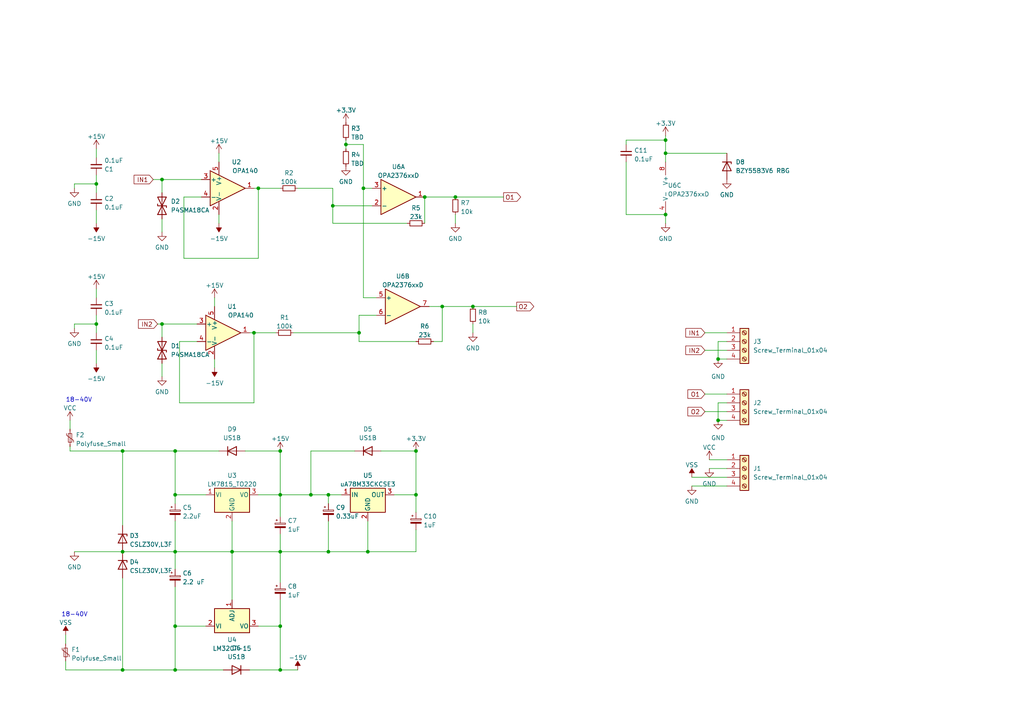
<source format=kicad_sch>
(kicad_sch (version 20230121) (generator eeschema)
  (paper "A4")
  (lib_symbols
    (symbol "Amplifier_Operational:OPA188xxDBV" (pin_names (offset 0.127))
      (property "Reference" "U" (at 0 5.08 0))
      (property "Value" "OPA188xxDBV" (at 0 -5.08 0))
      (symbol "OPA188xxDBV_0_1"
        (polyline (pts (xy -5.08 5.08) (xy 5.08 0) (xy -5.08 -5.08) (xy -5.08 5.08)) (stroke (width 0.254)) (fill (type background)))
        (pin power_in line (at -2.54 -7.62 90) (length 3.81) (name "V-") (number "2"))
        (pin power_in line (at -2.54 7.62 270) (length 3.81) (name "V+") (number "5"))
      )
      (symbol "OPA188xxDBV_1_1"
        (pin output line (at 7.62 0 180) (length 2.54) (name "~") (number "1"))
        (pin input line (at -7.62 2.54 0) (length 2.54) (name "+") (number "3"))
        (pin input line (at -7.62 -2.54 0) (length 2.54) (name "-") (number "4"))
      )
    )
    (symbol "Amplifier_Operational:OPA2376xxD" (pin_names (offset 0.127))
      (property "Reference" "U" (at 0 5.08 0))
      (property "Value" "OPA2376xxD" (at 0 -5.08 0))
      (symbol "OPA2376xxD_1_1"
        (polyline (pts (xy -5.08 5.08) (xy 5.08 0) (xy -5.08 -5.08) (xy -5.08 5.08)) (stroke (width 0.254)) (fill (type background)))
        (pin output line (at 7.62 0 180) (length 2.54) (name "~") (number "1"))
        (pin input line (at -7.62 -2.54 0) (length 2.54) (name "-") (number "2"))
        (pin input line (at -7.62 2.54 0) (length 2.54) (name "+") (number "3"))
      )
      (symbol "OPA2376xxD_2_1"
        (polyline (pts (xy -5.08 5.08) (xy 5.08 0) (xy -5.08 -5.08) (xy -5.08 5.08)) (stroke (width 0.254)) (fill (type background)))
        (pin input line (at -7.62 2.54 0) (length 2.54) (name "+") (number "5"))
        (pin input line (at -7.62 -2.54 0) (length 2.54) (name "-") (number "6"))
        (pin output line (at 7.62 0 180) (length 2.54) (name "~") (number "7"))
      )
      (symbol "OPA2376xxD_3_1"
        (pin power_in line (at -2.54 -7.62 90) (length 3.81) (name "V-") (number "4"))
        (pin power_in line (at -2.54 7.62 270) (length 3.81) (name "V+") (number "8"))
      )
    )
    (symbol "Connector:Screw_Terminal_01x04" (pin_names (offset 1.016) hide)
      (property "Reference" "J" (at 0 5.08 0))
      (property "Value" "Screw_Terminal_01x04" (at 0 -7.62 0))
      (symbol "Screw_Terminal_01x04_1_1"
        (rectangle (start -1.27 3.81) (end 1.27 -6.35) (stroke (width 0.254)) (fill (type background)))
        (circle (center 0 -5.08) (radius 0.635) (stroke (width 0.1524)))
        (circle (center 0 -2.54) (radius 0.635) (stroke (width 0.1524)))
        (polyline (pts (xy -0.5334 -4.7498) (xy 0.3302 -5.588)) (stroke (width 0.1524)))
        (polyline (pts (xy -0.5334 -2.2098) (xy 0.3302 -3.048)) (stroke (width 0.1524)))
        (polyline (pts (xy -0.5334 0.3302) (xy 0.3302 -0.508)) (stroke (width 0.1524)))
        (polyline (pts (xy -0.5334 2.8702) (xy 0.3302 2.032)) (stroke (width 0.1524)))
        (polyline (pts (xy -0.3556 -4.572) (xy 0.508 -5.4102)) (stroke (width 0.1524)))
        (polyline (pts (xy -0.3556 -2.032) (xy 0.508 -2.8702)) (stroke (width 0.1524)))
        (polyline (pts (xy -0.3556 0.508) (xy 0.508 -0.3302)) (stroke (width 0.1524)))
        (polyline (pts (xy -0.3556 3.048) (xy 0.508 2.2098)) (stroke (width 0.1524)))
        (circle (center 0 0) (radius 0.635) (stroke (width 0.1524)))
        (circle (center 0 2.54) (radius 0.635) (stroke (width 0.1524)))
        (pin passive line (at -5.08 2.54 0) (length 3.81) (name "Pin_1") (number "1"))
        (pin passive line (at -5.08 0 0) (length 3.81) (name "Pin_2") (number "2"))
        (pin passive line (at -5.08 -2.54 0) (length 3.81) (name "Pin_3") (number "3"))
        (pin passive line (at -5.08 -5.08 0) (length 3.81) (name "Pin_4") (number "4"))
      )
    )
    (symbol "Device:C_Polarized_Small" (pin_numbers hide) (pin_names (offset 0.254) hide)
      (property "Reference" "C" (at 0.254 1.778 0))
      (property "Value" "C_Polarized_Small" (at 0.254 -2.032 0))
      (symbol "C_Polarized_Small_0_1"
        (rectangle (start -1.524 -0.3048) (end 1.524 -0.6858) (fill (type outline)))
        (rectangle (start -1.524 0.6858) (end 1.524 0.3048))
        (polyline (pts (xy -1.27 1.524) (xy -0.762 1.524)))
        (polyline (pts (xy -1.016 1.27) (xy -1.016 1.778)))
      )
      (symbol "C_Polarized_Small_1_1"
        (pin passive line (at 0 2.54 270) (length 1.8542) (name "~") (number "1"))
        (pin passive line (at 0 -2.54 90) (length 1.8542) (name "~") (number "2"))
      )
    )
    (symbol "Device:C_Small" (pin_numbers hide) (pin_names (offset 0.254) hide)
      (property "Reference" "C" (at 0.254 1.778 0))
      (property "Value" "C_Small" (at 0.254 -2.032 0))
      (symbol "C_Small_0_1"
        (polyline (pts (xy -1.524 -0.508) (xy 1.524 -0.508)) (stroke (width 0.3302)))
        (polyline (pts (xy -1.524 0.508) (xy 1.524 0.508)) (stroke (width 0.3048)))
      )
      (symbol "C_Small_1_1"
        (pin passive line (at 0 2.54 270) (length 2.032) (name "~") (number "1"))
        (pin passive line (at 0 -2.54 90) (length 2.032) (name "~") (number "2"))
      )
    )
    (symbol "Device:D_TVS" (pin_numbers hide) (pin_names (offset 1.016) hide)
      (property "Reference" "D" (at 0 2.54 0))
      (property "Value" "D_TVS" (at 0 -2.54 0))
      (symbol "D_TVS_0_1"
        (polyline (pts (xy 1.27 0) (xy -1.27 0)))
        (polyline (pts (xy 0.508 1.27) (xy 0 1.27) (xy 0 -1.27) (xy -0.508 -1.27)) (stroke (width 0.254)))
        (polyline (pts (xy -2.54 1.27) (xy -2.54 -1.27) (xy 2.54 1.27) (xy 2.54 -1.27) (xy -2.54 1.27)) (stroke (width 0.254)))
      )
      (symbol "D_TVS_1_1"
        (pin passive line (at -3.81 0 0) (length 2.54) (name "A1") (number "1"))
        (pin passive line (at 3.81 0 180) (length 2.54) (name "A2") (number "2"))
      )
    )
    (symbol "Device:D_Zener" (pin_numbers hide) (pin_names (offset 1.016) hide)
      (property "Reference" "D" (at 0 2.54 0))
      (property "Value" "D_Zener" (at 0 -2.54 0))
      (symbol "D_Zener_0_1"
        (polyline (pts (xy 1.27 0) (xy -1.27 0)))
        (polyline (pts (xy -1.27 -1.27) (xy -1.27 1.27) (xy -0.762 1.27)) (stroke (width 0.254)))
        (polyline (pts (xy 1.27 -1.27) (xy 1.27 1.27) (xy -1.27 0) (xy 1.27 -1.27)) (stroke (width 0.254)))
      )
      (symbol "D_Zener_1_1"
        (pin passive line (at -3.81 0 0) (length 2.54) (name "K") (number "1"))
        (pin passive line (at 3.81 0 180) (length 2.54) (name "A") (number "2"))
      )
    )
    (symbol "Device:Polyfuse_Small" (pin_numbers hide) (pin_names (offset 0))
      (property "Reference" "F" (at -1.905 0 90))
      (property "Value" "Polyfuse_Small" (at 1.905 0 90))
      (symbol "Polyfuse_Small_0_1"
        (rectangle (start -0.508 1.27) (end 0.508 -1.27))
        (polyline (pts (xy 0 2.54) (xy 0 -2.54)))
        (polyline (pts (xy -1.016 1.27) (xy -1.016 0.762) (xy 1.016 -0.762) (xy 1.016 -1.27)))
      )
      (symbol "Polyfuse_Small_1_1"
        (pin passive line (at 0 2.54 270) (length 0.635) (name "~") (number "1"))
        (pin passive line (at 0 -2.54 90) (length 0.635) (name "~") (number "2"))
      )
    )
    (symbol "Device:R_Small" (pin_numbers hide) (pin_names (offset 0.254) hide)
      (property "Reference" "R" (at 0.762 0.508 0))
      (property "Value" "R_Small" (at 0.762 -1.016 0))
      (symbol "R_Small_0_1"
        (rectangle (start -0.762 1.778) (end 0.762 -1.778) (stroke (width 0.2032)))
      )
      (symbol "R_Small_1_1"
        (pin passive line (at 0 2.54 270) (length 0.762) (name "~") (number "1"))
        (pin passive line (at 0 -2.54 90) (length 0.762) (name "~") (number "2"))
      )
    )
    (symbol "Diode:US1B" (pin_numbers hide) (pin_names hide)
      (property "Reference" "D" (at 0 2.54 0))
      (property "Value" "US1B" (at 0 -2.54 0))
      (symbol "US1B_0_1"
        (polyline (pts (xy -1.27 1.27) (xy -1.27 -1.27)) (stroke (width 0.254)))
        (polyline (pts (xy 1.27 0) (xy -1.27 0)))
        (polyline (pts (xy 1.27 1.27) (xy 1.27 -1.27) (xy -1.27 0) (xy 1.27 1.27)) (stroke (width 0.254)))
      )
      (symbol "US1B_1_1"
        (pin passive line (at -3.81 0 0) (length 2.54) (name "K") (number "1"))
        (pin passive line (at 3.81 0 180) (length 2.54) (name "A") (number "2"))
      )
    )
    (symbol "GND_1" (power) (pin_names (offset 0))
      (property "Value" "GND_1" (at 0 -3.81 0))
      (symbol "GND_1_0_1"
        (polyline (pts (xy 0 0) (xy 0 -1.27) (xy 1.27 -1.27) (xy 0 -2.54) (xy -1.27 -1.27) (xy 0 -1.27)))
      )
      (symbol "GND_1_1_1"
        (pin power_in line (at 0 0 270) (length 0) hide (name "GND") (number "1"))
      )
    )
    (symbol "Regulator_Linear:LM337_TO220" (pin_names (offset 0.254))
      (property "Reference" "U" (at -3.81 -3.175 0))
      (property "Value" "LM337_TO220" (at 0 -3.175 0))
      (symbol "LM337_TO220_0_1"
        (rectangle (start -5.08 5.08) (end 5.08 -1.905) (stroke (width 0.254)) (fill (type background)))
      )
      (symbol "LM337_TO220_1_1"
        (pin input line (at 0 7.62 270) (length 2.54) (name "ADJ") (number "1"))
        (pin power_in line (at -7.62 0 0) (length 2.54) (name "VI") (number "2"))
        (pin power_out line (at 7.62 0 180) (length 2.54) (name "VO") (number "3"))
      )
    )
    (symbol "Regulator_Linear:LM7805_TO220" (pin_names (offset 0.254))
      (property "Reference" "U" (at -3.81 3.175 0))
      (property "Value" "LM7805_TO220" (at 0 3.175 0))
      (symbol "LM7805_TO220_0_1"
        (rectangle (start -5.08 1.905) (end 5.08 -5.08) (stroke (width 0.254)) (fill (type background)))
      )
      (symbol "LM7805_TO220_1_1"
        (pin power_in line (at -7.62 0 0) (length 2.54) (name "VI") (number "1"))
        (pin power_in line (at 0 -7.62 90) (length 2.54) (name "GND") (number "2"))
        (pin power_out line (at 7.62 0 180) (length 2.54) (name "VO") (number "3"))
      )
    )
    (symbol "Regulator_Linear:uA7805" (pin_names (offset 0.254))
      (property "Reference" "U" (at -3.81 3.175 0))
      (property "Value" "uA7805" (at 0 3.175 0))
      (symbol "uA7805_0_1"
        (rectangle (start -5.08 1.905) (end 5.08 -5.08) (stroke (width 0.254)) (fill (type background)))
      )
      (symbol "uA7805_1_1"
        (pin power_in line (at -7.62 0 0) (length 2.54) (name "IN") (number "1"))
        (pin power_in line (at 0 -7.62 90) (length 2.54) (name "GND") (number "2"))
        (pin power_out line (at 7.62 0 180) (length 2.54) (name "OUT") (number "3"))
      )
    )
    (symbol "power:+15V" (power) (pin_names (offset 0))
      (property "Value" "+15V" (at 0 3.556 0))
      (symbol "+15V_0_1"
        (polyline (pts (xy -0.762 1.27) (xy 0 2.54)))
        (polyline (pts (xy 0 0) (xy 0 2.54)))
        (polyline (pts (xy 0 2.54) (xy 0.762 1.27)))
      )
      (symbol "+15V_1_1"
        (pin power_in line (at 0 0 90) (length 0) hide (name "+15V") (number "1"))
      )
    )
    (symbol "power:+3.3V" (power) (pin_names (offset 0))
      (property "Value" "+3.3V" (at 0 3.556 0))
      (symbol "+3.3V_0_1"
        (polyline (pts (xy -0.762 1.27) (xy 0 2.54)))
        (polyline (pts (xy 0 0) (xy 0 2.54)))
        (polyline (pts (xy 0 2.54) (xy 0.762 1.27)))
      )
      (symbol "+3.3V_1_1"
        (pin power_in line (at 0 0 90) (length 0) hide (name "+3.3V") (number "1"))
      )
    )
    (symbol "power:-15V" (power) (pin_names (offset 0))
      (property "Value" "-15V" (at 0 3.81 0))
      (symbol "-15V_0_0"
        (pin power_in line (at 0 0 90) (length 0) hide (name "-15V") (number "1"))
      )
      (symbol "-15V_0_1"
        (polyline (pts (xy 0 0) (xy 0 1.27) (xy 0.762 1.27) (xy 0 2.54) (xy -0.762 1.27) (xy 0 1.27)) (fill (type outline)))
      )
    )
    (symbol "power:GND" (power) (pin_names (offset 0))
      (property "Value" "GND" (at 0 -3.81 0))
      (symbol "GND_0_1"
        (polyline (pts (xy 0 0) (xy 0 -1.27) (xy 1.27 -1.27) (xy 0 -2.54) (xy -1.27 -1.27) (xy 0 -1.27)))
      )
      (symbol "GND_1_1"
        (pin power_in line (at 0 0 270) (length 0) hide (name "GND") (number "1"))
      )
    )
    (symbol "power:VCC" (power) (pin_names (offset 0))
      (property "Value" "VCC" (at 0 3.81 0))
      (symbol "VCC_0_1"
        (polyline (pts (xy -0.762 1.27) (xy 0 2.54)))
        (polyline (pts (xy 0 0) (xy 0 2.54)))
        (polyline (pts (xy 0 2.54) (xy 0.762 1.27)))
      )
      (symbol "VCC_1_1"
        (pin power_in line (at 0 0 90) (length 0) hide (name "VCC") (number "1"))
      )
    )
    (symbol "power:VSS" (power) (pin_names (offset 0))
      (property "Value" "VSS" (at 0 3.81 0))
      (symbol "VSS_0_1"
        (polyline (pts (xy 0 0) (xy 0 2.54)))
        (polyline (pts (xy 0.762 1.27) (xy -0.762 1.27) (xy 0 2.54) (xy 0.762 1.27)) (fill (type outline)))
      )
      (symbol "VSS_1_1"
        (pin power_in line (at 0 0 90) (length 0) hide (name "VSS") (number "1"))
      )
    )
  )
  (junction (at 81.28 143.51))
  (junction (at 120.65 143.51))
  (junction (at 208.28 104.14))
  (junction (at 137.16 88.9))
  (junction (at 27.94 93.98))
  (junction (at 95.25 160.02))
  (junction (at 81.28 194.31))
  (junction (at 120.65 130.81))
  (junction (at 50.8 194.31))
  (junction (at 50.8 130.81))
  (junction (at 105.41 54.61))
  (junction (at 123.19 57.15))
  (junction (at 50.8 143.51))
  (junction (at 81.28 160.02))
  (junction (at 106.68 160.02))
  (junction (at 46.99 52.07))
  (junction (at 35.56 194.31))
  (junction (at 208.28 121.92))
  (junction (at 193.04 62.23))
  (junction (at 81.28 181.61))
  (junction (at 67.31 160.02))
  (junction (at 95.25 143.51))
  (junction (at 100.33 41.91))
  (junction (at 104.14 96.52))
  (junction (at 50.8 160.02))
  (junction (at 46.99 93.98))
  (junction (at 35.56 160.02))
  (junction (at 128.27 88.9))
  (junction (at 96.52 59.69))
  (junction (at 50.8 181.61))
  (junction (at 35.56 130.81))
  (junction (at 90.17 143.51))
  (junction (at 193.04 40.64))
  (junction (at 74.93 54.61))
  (junction (at 27.94 53.34))
  (junction (at 73.66 96.52))
  (junction (at 81.28 130.81))
  (junction (at 132.08 57.15))
  (junction (at 193.04 44.45))
  (wire (pts (xy 120.65 130.81) (xy 120.65 143.51)))
  (wire (pts (xy 106.68 151.13) (xy 106.68 160.02)))
  (wire (pts (xy 100.33 40.64) (xy 100.33 41.91)))
  (wire (pts (xy 74.93 74.93) (xy 74.93 54.61)))
  (wire (pts (xy 200.66 140.97) (xy 210.82 140.97)))
  (wire (pts (xy 204.47 96.52) (xy 210.82 96.52)))
  (wire (pts (xy 81.28 130.81) (xy 71.12 130.81)))
  (wire (pts (xy 128.27 99.06) (xy 128.27 88.9)))
  (wire (pts (xy 35.56 160.02) (xy 50.8 160.02)))
  (wire (pts (xy 27.94 93.98) (xy 27.94 96.52)))
  (wire (pts (xy 205.74 133.35) (xy 210.82 133.35)))
  (wire (pts (xy 73.66 116.84) (xy 73.66 96.52)))
  (wire (pts (xy 67.31 151.13) (xy 67.31 160.02)))
  (wire (pts (xy 67.31 160.02) (xy 50.8 160.02)))
  (wire (pts (xy 208.28 99.06) (xy 208.28 104.14)))
  (wire (pts (xy 19.05 184.15) (xy 19.05 186.69)))
  (wire (pts (xy 95.25 160.02) (xy 106.68 160.02)))
  (wire (pts (xy 73.66 96.52) (xy 72.39 96.52)))
  (wire (pts (xy 204.47 114.3) (xy 210.82 114.3)))
  (wire (pts (xy 45.72 93.98) (xy 46.99 93.98)))
  (wire (pts (xy 73.66 96.52) (xy 80.01 96.52)))
  (wire (pts (xy 81.28 143.51) (xy 90.17 143.51)))
  (wire (pts (xy 132.08 62.23) (xy 132.08 64.77)))
  (wire (pts (xy 105.41 41.91) (xy 100.33 41.91)))
  (wire (pts (xy 63.5 44.45) (xy 63.5 46.99)))
  (wire (pts (xy 67.31 160.02) (xy 67.31 173.99)))
  (wire (pts (xy 95.25 151.13) (xy 95.25 160.02)))
  (wire (pts (xy 137.16 88.9) (xy 149.86 88.9)))
  (wire (pts (xy 27.94 101.6) (xy 27.94 105.41)))
  (wire (pts (xy 52.07 99.06) (xy 52.07 116.84)))
  (wire (pts (xy 81.28 173.99) (xy 81.28 181.61)))
  (wire (pts (xy 104.14 96.52) (xy 104.14 91.44)))
  (wire (pts (xy 90.17 130.81) (xy 90.17 143.51)))
  (wire (pts (xy 208.28 104.14) (xy 210.82 104.14)))
  (wire (pts (xy 205.74 135.89) (xy 210.82 135.89)))
  (wire (pts (xy 105.41 54.61) (xy 105.41 86.36)))
  (wire (pts (xy 120.65 99.06) (xy 104.14 99.06)))
  (wire (pts (xy 193.04 62.23) (xy 181.61 62.23)))
  (wire (pts (xy 19.05 191.77) (xy 19.05 194.31)))
  (wire (pts (xy 62.23 86.36) (xy 62.23 88.9)))
  (wire (pts (xy 81.28 194.31) (xy 72.39 194.31)))
  (wire (pts (xy 27.94 50.8) (xy 27.94 53.34)))
  (wire (pts (xy 96.52 59.69) (xy 96.52 64.77)))
  (wire (pts (xy 81.28 143.51) (xy 81.28 130.81)))
  (wire (pts (xy 105.41 54.61) (xy 105.41 41.91)))
  (wire (pts (xy 46.99 52.07) (xy 58.42 52.07)))
  (wire (pts (xy 193.04 44.45) (xy 193.04 46.99)))
  (wire (pts (xy 96.52 54.61) (xy 96.52 59.69)))
  (wire (pts (xy 74.93 54.61) (xy 81.28 54.61)))
  (wire (pts (xy 193.04 39.37) (xy 193.04 40.64)))
  (wire (pts (xy 96.52 64.77) (xy 118.11 64.77)))
  (wire (pts (xy 208.28 121.92) (xy 210.82 121.92)))
  (wire (pts (xy 81.28 181.61) (xy 81.28 194.31)))
  (wire (pts (xy 57.15 99.06) (xy 52.07 99.06)))
  (wire (pts (xy 81.28 160.02) (xy 81.28 168.91)))
  (wire (pts (xy 46.99 63.5) (xy 46.99 67.31)))
  (wire (pts (xy 50.8 160.02) (xy 50.8 151.13)))
  (wire (pts (xy 105.41 86.36) (xy 109.22 86.36)))
  (wire (pts (xy 50.8 143.51) (xy 59.69 143.51)))
  (wire (pts (xy 50.8 181.61) (xy 59.69 181.61)))
  (wire (pts (xy 52.07 116.84) (xy 73.66 116.84)))
  (wire (pts (xy 35.56 130.81) (xy 50.8 130.81)))
  (wire (pts (xy 132.08 57.15) (xy 146.05 57.15)))
  (wire (pts (xy 137.16 93.98) (xy 137.16 96.52)))
  (wire (pts (xy 46.99 93.98) (xy 57.15 93.98)))
  (wire (pts (xy 208.28 121.92) (xy 208.28 116.84)))
  (wire (pts (xy 63.5 62.23) (xy 63.5 64.77)))
  (wire (pts (xy 104.14 99.06) (xy 104.14 96.52)))
  (wire (pts (xy 96.52 59.69) (xy 107.95 59.69)))
  (wire (pts (xy 62.23 104.14) (xy 62.23 106.68)))
  (wire (pts (xy 35.56 130.81) (xy 35.56 152.4)))
  (wire (pts (xy 50.8 170.18) (xy 50.8 181.61)))
  (wire (pts (xy 193.04 62.23) (xy 193.04 64.77)))
  (wire (pts (xy 46.99 105.41) (xy 46.99 109.22)))
  (wire (pts (xy 81.28 160.02) (xy 95.25 160.02)))
  (wire (pts (xy 95.25 143.51) (xy 95.25 146.05)))
  (wire (pts (xy 20.32 121.92) (xy 20.32 124.46)))
  (wire (pts (xy 50.8 160.02) (xy 50.8 165.1)))
  (wire (pts (xy 58.42 57.15) (xy 53.34 57.15)))
  (wire (pts (xy 21.59 93.98) (xy 27.94 93.98)))
  (wire (pts (xy 90.17 143.51) (xy 95.25 143.51)))
  (wire (pts (xy 193.04 40.64) (xy 181.61 40.64)))
  (wire (pts (xy 85.09 96.52) (xy 104.14 96.52)))
  (wire (pts (xy 50.8 181.61) (xy 50.8 194.31)))
  (wire (pts (xy 50.8 143.51) (xy 50.8 146.05)))
  (wire (pts (xy 181.61 46.99) (xy 181.61 62.23)))
  (wire (pts (xy 27.94 60.96) (xy 27.94 64.77)))
  (wire (pts (xy 27.94 91.44) (xy 27.94 93.98)))
  (wire (pts (xy 81.28 194.31) (xy 86.36 194.31)))
  (wire (pts (xy 35.56 194.31) (xy 19.05 194.31)))
  (wire (pts (xy 204.47 101.6) (xy 210.82 101.6)))
  (wire (pts (xy 21.59 54.61) (xy 21.59 53.34)))
  (wire (pts (xy 81.28 143.51) (xy 81.28 149.86)))
  (wire (pts (xy 74.93 54.61) (xy 73.66 54.61)))
  (wire (pts (xy 120.65 143.51) (xy 120.65 148.59)))
  (wire (pts (xy 204.47 119.38) (xy 210.82 119.38)))
  (wire (pts (xy 81.28 154.94) (xy 81.28 160.02)))
  (wire (pts (xy 46.99 52.07) (xy 46.99 55.88)))
  (wire (pts (xy 181.61 40.64) (xy 181.61 41.91)))
  (wire (pts (xy 64.77 194.31) (xy 50.8 194.31)))
  (wire (pts (xy 114.3 143.51) (xy 120.65 143.51)))
  (wire (pts (xy 110.49 130.81) (xy 120.65 130.81)))
  (wire (pts (xy 208.28 116.84) (xy 210.82 116.84)))
  (wire (pts (xy 128.27 88.9) (xy 137.16 88.9)))
  (wire (pts (xy 50.8 194.31) (xy 35.56 194.31)))
  (wire (pts (xy 27.94 83.82) (xy 27.94 86.36)))
  (wire (pts (xy 123.19 57.15) (xy 123.19 64.77)))
  (wire (pts (xy 104.14 91.44) (xy 109.22 91.44)))
  (wire (pts (xy 95.25 143.51) (xy 99.06 143.51)))
  (wire (pts (xy 123.19 57.15) (xy 132.08 57.15)))
  (wire (pts (xy 125.73 99.06) (xy 128.27 99.06)))
  (wire (pts (xy 86.36 54.61) (xy 96.52 54.61)))
  (wire (pts (xy 74.93 143.51) (xy 81.28 143.51)))
  (wire (pts (xy 21.59 53.34) (xy 27.94 53.34)))
  (wire (pts (xy 35.56 167.64) (xy 35.56 194.31)))
  (wire (pts (xy 20.32 130.81) (xy 35.56 130.81)))
  (wire (pts (xy 90.17 130.81) (xy 102.87 130.81)))
  (wire (pts (xy 193.04 40.64) (xy 193.04 44.45)))
  (wire (pts (xy 53.34 74.93) (xy 74.93 74.93)))
  (wire (pts (xy 193.04 44.45) (xy 210.82 44.45)))
  (wire (pts (xy 21.59 160.02) (xy 35.56 160.02)))
  (wire (pts (xy 81.28 160.02) (xy 67.31 160.02)))
  (wire (pts (xy 21.59 95.25) (xy 21.59 93.98)))
  (wire (pts (xy 128.27 88.9) (xy 124.46 88.9)))
  (wire (pts (xy 20.32 129.54) (xy 20.32 130.81)))
  (wire (pts (xy 46.99 93.98) (xy 46.99 97.79)))
  (wire (pts (xy 44.45 52.07) (xy 46.99 52.07)))
  (wire (pts (xy 120.65 160.02) (xy 120.65 153.67)))
  (wire (pts (xy 210.82 99.06) (xy 208.28 99.06)))
  (wire (pts (xy 27.94 53.34) (xy 27.94 55.88)))
  (wire (pts (xy 100.33 41.91) (xy 100.33 43.18)))
  (wire (pts (xy 200.66 138.43) (xy 210.82 138.43)))
  (wire (pts (xy 53.34 57.15) (xy 53.34 74.93)))
  (wire (pts (xy 106.68 160.02) (xy 120.65 160.02)))
  (wire (pts (xy 63.5 130.81) (xy 50.8 130.81)))
  (wire (pts (xy 74.93 181.61) (xy 81.28 181.61)))
  (wire (pts (xy 27.94 43.18) (xy 27.94 45.72)))
  (wire (pts (xy 50.8 130.81) (xy 50.8 143.51)))
  (wire (pts (xy 107.95 54.61) (xy 105.41 54.61)))
  (text "18-40V" (at 17.78 179.07 0) (effects (font (size 1.27 1.27)) (justify left bottom)))
  (text "18-40V" (at 19.05 116.84 0) (effects (font (size 1.27 1.27)) (justify left bottom)))
  (global_label "O2" (shape input) (at 204.47 119.38 180) (property "Intersheetrefs" "${INTERSHEET_REFS}" (effects hide)))
  (global_label "O2" (shape output) (at 149.86 88.9 0) (property "Intersheetrefs" "${INTERSHEET_REFS}" (effects hide)))
  (global_label "IN1" (shape input) (at 204.47 96.52 180) (property "Intersheetrefs" "${INTERSHEET_REFS}" (effects hide)))
  (global_label "IN2" (shape input) (at 45.72 93.98 180) (property "Intersheetrefs" "${INTERSHEET_REFS}" (effects hide)))
  (global_label "IN1" (shape input) (at 44.45 52.07 180) (property "Intersheetrefs" "${INTERSHEET_REFS}" (effects hide)))
  (global_label "O1" (shape input) (at 204.47 114.3 180) (property "Intersheetrefs" "${INTERSHEET_REFS}" (effects hide)))
  (global_label "O1" (shape output) (at 146.05 57.15 0) (property "Intersheetrefs" "${INTERSHEET_REFS}" (effects hide)))
  (global_label "IN2" (shape input) (at 204.47 101.6 180) (property "Intersheetrefs" "${INTERSHEET_REFS}" (effects hide)))
  (symbol (lib_id "Amplifier_Operational:OPA188xxDBV") (at 66.04 54.61 0) (unit 1)
    (property "Reference" "U2" (at 68.58 46.99 0))
    (property "Value" "OPA140" (at 71.12 49.53 0))
    (property "Footprint" "Package_TO_SOT_SMD:TSOT-23-5" (effects hide))
    (property "Datasheet" "http://www.ti.com/lit/ds/symlink/opa188.pdf" (effects hide))
  )
  (symbol (lib_id "Device:C_Small") (at 27.94 99.06 0) (unit 1)
    (property "Reference" "C4" (at 30.2641 98.2316 0) (effects (justify left)))
    (property "Value" "0.1uF" (at 30.2641 100.7685 0) (effects (justify left)))
    (property "Footprint" "Capacitor_SMD:C_0805_2012Metric" (effects hide))
  )
  (symbol (lib_id "power:VSS") (at 19.05 184.15 0) (unit 1)
    (property "Reference" "#PWR0105" (effects hide))
    (property "Value" "VSS" (at 19.05 180.5742 0))
  )
  (symbol (lib_id "power:+15V") (at 27.94 83.82 0) (unit 1)
    (property "Reference" "#PWR0109" (effects hide))
    (property "Value" "+15V" (at 27.94 80.2442 0))
  )
  (symbol (lib_id "Device:C_Polarized_Small") (at 50.8 148.59 0) (unit 1)
    (property "Reference" "C5" (at 52.959 147.2092 0) (effects (justify left)))
    (property "Value" "2.2uF" (at 52.959 149.7461 0) (effects (justify left)))
    (property "Footprint" "Capacitor_SMD:C_1206_3216Metric" (effects hide))
  )
  (symbol (lib_id "power:GND") (at 21.59 160.02 0) (unit 1)
    (property "Reference" "#PWR0103" (effects hide))
    (property "Value" "GND" (at 21.59 164.4634 0))
  )
  (symbol (lib_id "Device:C_Polarized_Small") (at 120.65 151.13 0) (unit 1)
    (property "Reference" "C10" (at 122.809 149.7492 0) (effects (justify left)))
    (property "Value" "1uF" (at 122.809 152.2861 0) (effects (justify left)))
    (property "Footprint" "Capacitor_SMD:C_0805_2012Metric" (effects hide))
  )
  (symbol (lib_id "power:VCC") (at 205.74 133.35 0) (unit 1)
    (property "Reference" "#PWR01" (effects hide))
    (property "Value" "VCC" (at 205.74 129.7742 0))
  )
  (symbol (lib_id "power:VCC") (at 20.32 121.92 0) (unit 1)
    (property "Reference" "#PWR0110" (effects hide))
    (property "Value" "VCC" (at 20.32 118.3442 0))
  )
  (symbol (lib_id "power:VSS") (at 200.66 138.43 0) (unit 1)
    (property "Reference" "#PWR02" (effects hide))
    (property "Value" "VSS" (at 200.66 134.8542 0))
  )
  (symbol (lib_id "power:GND") (at 200.66 140.97 0) (unit 1)
    (property "Reference" "#PWR04" (effects hide))
    (property "Value" "GND" (at 200.66 145.4134 0))
  )
  (symbol (lib_id "Connector:Screw_Terminal_01x04") (at 215.9 99.06 0) (unit 1)
    (property "Reference" "J3" (at 218.44 99.06 0) (effects (justify left)))
    (property "Value" "Screw_Terminal_01x04" (at 218.44 101.6 0) (effects (justify left)))
    (property "Footprint" "Connector_PinHeader_2.54mm:PinHeader_1x04_P2.54mm_Vertical" (effects hide))
  )
  (symbol (lib_name "GND_1") (lib_id "power:GND") (at 208.28 121.92 0) (unit 1)
    (property "Reference" "#PWR05" (effects hide))
    (property "Value" "GND" (at 208.28 127 0))
  )
  (symbol (lib_id "Device:R_Small") (at 120.65 64.77 90) (unit 1)
    (property "Reference" "R5" (at 120.65 60.3336 90))
    (property "Value" "23k" (at 120.65 62.8705 90))
    (property "Footprint" "Resistor_SMD:R_0805_2012Metric" (effects hide))
  )
  (symbol (lib_id "Device:C_Small") (at 27.94 48.26 0) (mirror x) (unit 1)
    (property "Reference" "C1" (at 30.2641 49.0884 0) (effects (justify left)))
    (property "Value" "0.1uF" (at 30.2641 46.5515 0) (effects (justify left)))
    (property "Footprint" "Capacitor_SMD:C_0805_2012Metric" (effects hide))
  )
  (symbol (lib_id "Device:D_TVS") (at 46.99 101.6 90) (unit 1)
    (property "Reference" "D1" (at 49.53 100.33 90) (effects (justify right)))
    (property "Value" "P4SMA18CA" (at 49.53 102.87 90) (effects (justify right)))
    (property "Footprint" "Diode_SMD:D_SMA" (effects hide))
  )
  (symbol (lib_id "Regulator_Linear:LM337_TO220") (at 67.31 181.61 0) (unit 1)
    (property "Reference" "U4" (at 67.31 185.5454 0))
    (property "Value" "LM320T-15" (at 67.31 188.0823 0))
    (property "Footprint" "Package_TO_SOT_THT:TO-220-3_Vertical" (effects hide))
    (property "Datasheet" "http://www.ti.com/lit/ds/symlink/lm337-n.pdf" (effects hide))
  )
  (symbol (lib_id "Device:R_Small") (at 137.16 91.44 180) (unit 1)
    (property "Reference" "R8" (at 138.6586 90.6053 0) (effects (justify right)))
    (property "Value" "10k" (at 138.6586 93.1422 0) (effects (justify right)))
    (property "Footprint" "Resistor_SMD:R_0805_2012Metric" (effects hide))
  )
  (symbol (lib_id "Device:R_Small") (at 123.19 99.06 90) (unit 1)
    (property "Reference" "R6" (at 123.19 94.6236 90))
    (property "Value" "23k" (at 123.19 97.1605 90))
    (property "Footprint" "Resistor_SMD:R_0805_2012Metric" (effects hide))
  )
  (symbol (lib_id "Device:C_Small") (at 181.61 44.45 0) (unit 1)
    (property "Reference" "C11" (at 183.9341 43.6216 0) (effects (justify left)))
    (property "Value" "0.1uF" (at 183.9341 46.1585 0) (effects (justify left)))
    (property "Footprint" "Capacitor_SMD:C_0805_2012Metric" (effects hide))
  )
  (symbol (lib_id "Device:C_Polarized_Small") (at 81.28 171.45 0) (unit 1)
    (property "Reference" "C8" (at 83.439 170.0692 0) (effects (justify left)))
    (property "Value" "1uF" (at 83.439 172.6061 0) (effects (justify left)))
    (property "Footprint" "Capacitor_SMD:C_0805_2012Metric" (effects hide))
  )
  (symbol (lib_id "Device:C_Polarized_Small") (at 95.25 148.59 0) (unit 1)
    (property "Reference" "C9" (at 97.409 147.2092 0) (effects (justify left)))
    (property "Value" "0.33uF" (at 97.409 149.7461 0) (effects (justify left)))
    (property "Footprint" "Capacitor_SMD:C_0805_2012Metric" (effects hide))
  )
  (symbol (lib_id "power:+3.3V") (at 100.33 35.56 0) (unit 1)
    (property "Reference" "#PWR07" (effects hide))
    (property "Value" "+3.3V" (at 100.33 31.9842 0))
  )
  (symbol (lib_id "power:+3.3V") (at 193.04 39.37 0) (unit 1)
    (property "Reference" "#PWR0118" (effects hide))
    (property "Value" "+3.3V" (at 193.04 35.7942 0))
  )
  (symbol (lib_id "Device:R_Small") (at 132.08 59.69 180) (unit 1)
    (property "Reference" "R7" (at 133.5786 58.8553 0) (effects (justify right)))
    (property "Value" "10k" (at 133.5786 61.3922 0) (effects (justify right)))
    (property "Footprint" "Resistor_SMD:R_0805_2012Metric" (effects hide))
  )
  (symbol (lib_id "Regulator_Linear:LM7805_TO220") (at 67.31 143.51 0) (unit 1)
    (property "Reference" "U3" (at 67.31 137.9052 0))
    (property "Value" "LM7815_TO220" (at 67.31 140.4421 0))
    (property "Footprint" "Package_TO_SOT_THT:TO-220-3_Vertical" (effects hide))
    (property "Datasheet" "https://www.onsemi.cn/PowerSolutions/document/MC7800-D.PDF" (effects hide))
  )
  (symbol (lib_id "power:GND") (at 46.99 67.31 0) (unit 1)
    (property "Reference" "#PWR0123" (effects hide))
    (property "Value" "GND" (at 46.99 71.7534 0))
  )
  (symbol (lib_id "Device:D_Zener") (at 35.56 156.21 270) (unit 1)
    (property "Reference" "D3" (at 37.592 155.3753 90) (effects (justify left)))
    (property "Value" "CSLZ30V,L3F" (at 37.592 157.9122 90) (effects (justify left)))
    (property "Footprint" "Diode_SMD:D_0603_1608Metric" (effects hide))
  )
  (symbol (lib_id "power:GND") (at 21.59 54.61 0) (unit 1)
    (property "Reference" "#PWR0122" (effects hide))
    (property "Value" "GND" (at 21.59 59.0534 0))
  )
  (symbol (lib_id "Device:D_Zener") (at 210.82 48.26 270) (unit 1)
    (property "Reference" "D8" (at 213.36 46.99 90) (effects (justify left)))
    (property "Value" "BZY55B3V6 RBG" (at 213.36 49.53 90) (effects (justify left)))
    (property "Footprint" "Diode_SMD:D_0805_2012Metric" (effects hide))
  )
  (symbol (lib_id "power:-15V") (at 63.5 64.77 180) (unit 1)
    (property "Reference" "#PWR0124" (effects hide))
    (property "Value" "-15V" (at 63.5 69.2134 0))
  )
  (symbol (lib_id "Connector:Screw_Terminal_01x04") (at 215.9 116.84 0) (unit 1)
    (property "Reference" "J2" (at 218.44 116.84 0) (effects (justify left)))
    (property "Value" "Screw_Terminal_01x04" (at 218.44 119.38 0) (effects (justify left)))
    (property "Footprint" "Connector_PinHeader_2.54mm:PinHeader_1x04_P2.54mm_Vertical" (effects hide))
  )
  (symbol (lib_id "Device:Polyfuse_Small") (at 20.32 127 0) (unit 1)
    (property "Reference" "F2" (at 21.971 126.1653 0) (effects (justify left)))
    (property "Value" "Polyfuse_Small" (at 21.971 128.7022 0) (effects (justify left)))
    (property "Footprint" "Capacitor_THT:C_Disc_D5.1mm_W3.2mm_P5.00mm" (effects hide))
  )
  (symbol (lib_id "power:-15V") (at 86.36 194.31 0) (unit 1)
    (property "Reference" "#PWR0104" (effects hide))
    (property "Value" "-15V" (at 86.36 190.7342 0))
  )
  (symbol (lib_id "Device:C_Small") (at 27.94 88.9 0) (unit 1)
    (property "Reference" "C3" (at 30.2641 88.0716 0) (effects (justify left)))
    (property "Value" "0.1uF" (at 30.2641 90.6085 0) (effects (justify left)))
    (property "Footprint" "Capacitor_SMD:C_0805_2012Metric" (effects hide))
  )
  (symbol (lib_id "power:GND") (at 21.59 95.25 0) (unit 1)
    (property "Reference" "#PWR0108" (effects hide))
    (property "Value" "GND" (at 21.59 99.6934 0))
  )
  (symbol (lib_id "power:GND") (at 210.82 52.07 0) (unit 1)
    (property "Reference" "#PWR0119" (effects hide))
    (property "Value" "GND" (at 210.82 56.5134 0))
  )
  (symbol (lib_id "power:GND") (at 193.04 64.77 0) (unit 1)
    (property "Reference" "#PWR0117" (effects hide))
    (property "Value" "GND" (at 193.04 69.2134 0))
  )
  (symbol (lib_id "Amplifier_Operational:OPA2376xxD") (at 115.57 57.15 0) (unit 1)
    (property "Reference" "U6" (at 115.57 48.3702 0))
    (property "Value" "OPA2376xxD" (at 115.57 50.9071 0))
    (property "Footprint" "Package_SO:SOIC-8W_5.3x5.3mm_P1.27mm" (effects hide))
    (property "Datasheet" "http://www.ti.com/lit/ds/symlink/opa376.pdf" (effects hide))
  )
  (symbol (lib_id "power:GND") (at 132.08 64.77 0) (unit 1)
    (property "Reference" "#PWR0116" (effects hide))
    (property "Value" "GND" (at 132.08 69.2134 0))
  )
  (symbol (lib_id "power:+15V") (at 81.28 130.81 0) (unit 1)
    (property "Reference" "#PWR0101" (effects hide))
    (property "Value" "+15V" (at 81.28 127.2342 0))
  )
  (symbol (lib_id "Device:D_TVS") (at 46.99 59.69 90) (unit 1)
    (property "Reference" "D2" (at 49.53 58.42 90) (effects (justify right)))
    (property "Value" "P4SMA18CA" (at 49.53 60.96 90) (effects (justify right)))
    (property "Footprint" "Diode_SMD:D_SMA" (effects hide))
  )
  (symbol (lib_id "Device:C_Polarized_Small") (at 50.8 167.64 0) (unit 1)
    (property "Reference" "C6" (at 52.959 166.2592 0) (effects (justify left)))
    (property "Value" "2.2 uF" (at 52.959 168.7961 0) (effects (justify left)))
    (property "Footprint" "Capacitor_SMD:C_1206_3216Metric" (effects hide))
  )
  (symbol (lib_id "Device:D_Zener") (at 35.56 163.83 270) (unit 1)
    (property "Reference" "D4" (at 37.592 162.9953 90) (effects (justify left)))
    (property "Value" "CSLZ30V,L3F" (at 37.592 165.5322 90) (effects (justify left)))
    (property "Footprint" "Diode_SMD:D_0603_1608Metric" (effects hide))
  )
  (symbol (lib_id "power:-15V") (at 62.23 106.68 180) (unit 1)
    (property "Reference" "#PWR0107" (effects hide))
    (property "Value" "-15V" (at 62.23 111.1234 0))
  )
  (symbol (lib_id "power:GND") (at 100.33 48.26 0) (unit 1)
    (property "Reference" "#PWR0113" (effects hide))
    (property "Value" "GND" (at 100.33 52.7034 0))
  )
  (symbol (lib_id "Device:R_Small") (at 82.55 96.52 90) (unit 1)
    (property "Reference" "R1" (at 82.55 92.0836 90))
    (property "Value" "100k" (at 82.55 94.6205 90))
    (property "Footprint" "Resistor_SMD:R_0805_2012Metric" (effects hide))
  )
  (symbol (lib_id "Amplifier_Operational:OPA2376xxD") (at 195.58 54.61 0) (unit 3)
    (property "Reference" "U6" (at 193.675 53.7753 0) (effects (justify left)))
    (property "Value" "OPA2376xxD" (at 193.675 56.3122 0) (effects (justify left)))
    (property "Footprint" "Package_SO:SOIC-8W_5.3x5.3mm_P1.27mm" (effects hide))
    (property "Datasheet" "http://www.ti.com/lit/ds/symlink/opa376.pdf" (effects hide))
  )
  (symbol (lib_id "Amplifier_Operational:OPA2376xxD") (at 116.84 88.9 0) (unit 2)
    (property "Reference" "U6" (at 116.84 80.1202 0))
    (property "Value" "OPA2376xxD" (at 116.84 82.6571 0))
    (property "Footprint" "Package_SO:SOIC-8W_5.3x5.3mm_P1.27mm" (effects hide))
    (property "Datasheet" "http://www.ti.com/lit/ds/symlink/opa376.pdf" (effects hide))
    (property "MouserNr" "595-OPA2376AQDRQ1" (effects hide))
  )
  (symbol (lib_id "Device:C_Small") (at 27.94 58.42 0) (unit 1)
    (property "Reference" "C2" (at 30.2641 57.5916 0) (effects (justify left)))
    (property "Value" "0.1uF" (at 30.2641 60.1285 0) (effects (justify left)))
    (property "Footprint" "Capacitor_SMD:C_0805_2012Metric" (effects hide))
  )
  (symbol (lib_id "power:-15V") (at 27.94 105.41 180) (unit 1)
    (property "Reference" "#PWR0111" (effects hide))
    (property "Value" "-15V" (at 27.94 109.8534 0))
  )
  (symbol (lib_id "Device:Polyfuse_Small") (at 19.05 189.23 0) (unit 1)
    (property "Reference" "F1" (at 20.701 188.3953 0) (effects (justify left)))
    (property "Value" "Polyfuse_Small" (at 20.701 190.9322 0) (effects (justify left)))
    (property "Footprint" "Capacitor_THT:C_Disc_D5.1mm_W3.2mm_P5.00mm" (effects hide))
  )
  (symbol (lib_id "Device:R_Small") (at 100.33 38.1 180) (unit 1)
    (property "Reference" "R3" (at 101.8286 37.2653 0) (effects (justify right)))
    (property "Value" "TBD" (at 101.8286 39.8022 0) (effects (justify right)))
    (property "Footprint" "Resistor_SMD:R_0805_2012Metric" (effects hide))
  )
  (symbol (lib_id "power:+15V") (at 27.94 43.18 0) (unit 1)
    (property "Reference" "#PWR0125" (effects hide))
    (property "Value" "+15V" (at 27.94 39.6042 0))
  )
  (symbol (lib_id "power:GND") (at 137.16 96.52 0) (unit 1)
    (property "Reference" "#PWR0114" (effects hide))
    (property "Value" "GND" (at 137.16 100.9634 0))
  )
  (symbol (lib_name "GND_1") (lib_id "power:GND") (at 208.28 104.14 0) (unit 1)
    (property "Reference" "#PWR06" (effects hide))
    (property "Value" "GND" (at 208.28 109.22 0))
  )
  (symbol (lib_id "power:+3.3V") (at 120.65 130.81 0) (unit 1)
    (property "Reference" "#PWR08" (effects hide))
    (property "Value" "+3.3V" (at 120.65 127.2342 0))
  )
  (symbol (lib_id "Diode:US1B") (at 68.58 194.31 180) (unit 1)
    (property "Reference" "D6" (at 68.58 187.96 0))
    (property "Value" "US1B" (at 68.58 190.5 0))
    (property "Footprint" "Diode_SMD:D_SMA" (effects hide))
    (property "Datasheet" "https://www.diodes.com/assets/Datasheets/ds16008.pdf" (effects hide))
    (property "Sim.Device" "D" (effects hide))
    (property "Sim.Pins" "1=K 2=A" (effects hide))
  )
  (symbol (lib_id "power:+15V") (at 63.5 44.45 0) (unit 1)
    (property "Reference" "#PWR0126" (effects hide))
    (property "Value" "+15V" (at 63.5 40.8742 0))
  )
  (symbol (lib_id "Diode:US1B") (at 106.68 130.81 0) (unit 1)
    (property "Reference" "D5" (at 106.68 124.46 0))
    (property "Value" "US1B" (at 106.68 127 0))
    (property "Footprint" "Diode_SMD:D_SMA" (effects hide))
    (property "Datasheet" "https://www.diodes.com/assets/Datasheets/ds16008.pdf" (effects hide))
    (property "Sim.Device" "D" (effects hide))
    (property "Sim.Pins" "1=K 2=A" (effects hide))
  )
  (symbol (lib_id "Connector:Screw_Terminal_01x04") (at 215.9 135.89 0) (unit 1)
    (property "Reference" "J1" (at 218.44 135.89 0) (effects (justify left)))
    (property "Value" "Screw_Terminal_01x04" (at 218.44 138.43 0) (effects (justify left)))
    (property "Footprint" "Connector_PinHeader_2.54mm:PinHeader_1x04_P2.54mm_Vertical" (effects hide))
  )
  (symbol (lib_id "Regulator_Linear:uA7805") (at 106.68 143.51 0) (unit 1)
    (property "Reference" "U5" (at 106.68 137.9052 0))
    (property "Value" "uA78M33CKCSE3" (at 106.68 140.4421 0))
    (property "Footprint" "Package_TO_SOT_THT:TO-220-3_Vertical" (effects hide))
    (property "Datasheet" "http://www.ti.com/lit/ds/symlink/ua78.pdf" (effects hide))
  )
  (symbol (lib_id "Diode:US1B") (at 67.31 130.81 0) (unit 1)
    (property "Reference" "D9" (at 67.31 124.46 0))
    (property "Value" "US1B" (at 67.31 127 0))
    (property "Footprint" "Diode_SMD:D_SMA" (effects hide))
    (property "Datasheet" "https://www.diodes.com/assets/Datasheets/ds16008.pdf" (effects hide))
    (property "Sim.Device" "D" (effects hide))
    (property "Sim.Pins" "1=K 2=A" (effects hide))
  )
  (symbol (lib_id "Device:R_Small") (at 83.82 54.61 90) (unit 1)
    (property "Reference" "R2" (at 83.82 50.1736 90))
    (property "Value" "100k" (at 83.82 52.7105 90))
    (property "Footprint" "Resistor_SMD:R_0805_2012Metric" (effects hide))
  )
  (symbol (lib_id "power:GND") (at 46.99 109.22 0) (unit 1)
    (property "Reference" "#PWR0112" (effects hide))
    (property "Value" "GND" (at 46.99 113.6634 0))
  )
  (symbol (lib_id "Device:C_Polarized_Small") (at 81.28 152.4 0) (unit 1)
    (property "Reference" "C7" (at 83.439 151.0192 0) (effects (justify left)))
    (property "Value" "1uF" (at 83.439 153.5561 0) (effects (justify left)))
    (property "Footprint" "Capacitor_SMD:C_0805_2012Metric" (effects hide))
  )
  (symbol (lib_id "power:GND") (at 205.74 135.89 0) (unit 1)
    (property "Reference" "#PWR03" (effects hide))
    (property "Value" "GND" (at 205.74 140.3334 0))
  )
  (symbol (lib_id "Amplifier_Operational:OPA188xxDBV") (at 64.77 96.52 0) (unit 1)
    (property "Reference" "U1" (at 67.31 88.9 0))
    (property "Value" "OPA140" (at 69.85 91.44 0))
    (property "Footprint" "Package_TO_SOT_SMD:TSOT-23-5" (effects hide))
    (property "Datasheet" "http://www.ti.com/lit/ds/symlink/opa188.pdf" (effects hide))
  )
  (symbol (lib_id "power:-15V") (at 27.94 64.77 180) (unit 1)
    (property "Reference" "#PWR0121" (effects hide))
    (property "Value" "-15V" (at 27.94 69.2134 0))
  )
  (symbol (lib_id "Device:R_Small") (at 100.33 45.72 180) (unit 1)
    (property "Reference" "R4" (at 101.8286 44.8853 0) (effects (justify right)))
    (property "Value" "TBD" (at 101.8286 47.4222 0) (effects (justify right)))
    (property "Footprint" "Resistor_SMD:R_0805_2012Metric" (effects hide))
  )
  (symbol (lib_id "power:+15V") (at 62.23 86.36 0) (unit 1)
    (property "Reference" "#PWR0106" (effects hide))
    (property "Value" "+15V" (at 62.23 82.7842 0))
  )
)
</source>
